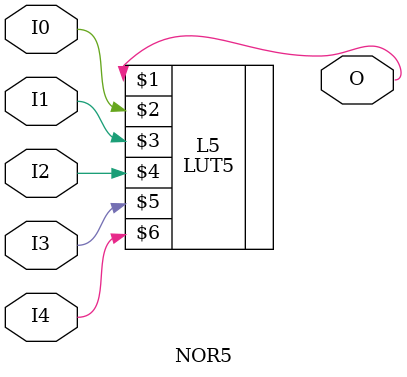
<source format=v>


`timescale  1 ps / 1 ps


module NOR5 (O, I0, I1, I2, I3, I4);

    output O;

    input  I0, I1, I2, I3, I4;

    LUT5 #(.INIT(32'h00000001)) L5 (O, I0, I1, I2, I3, I4);

endmodule

</source>
